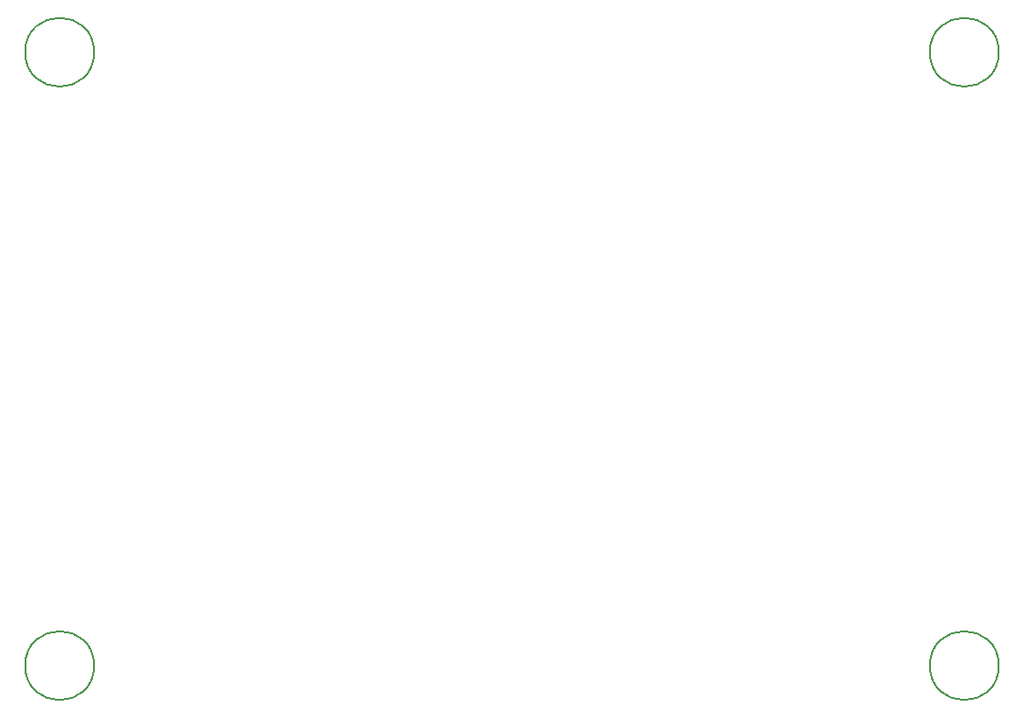
<source format=gbr>
%TF.GenerationSoftware,KiCad,Pcbnew,8.0.6*%
%TF.CreationDate,2024-10-30T20:12:06+07:00*%
%TF.ProjectId,NO2C,4e4f3243-2e6b-4696-9361-645f70636258,vD1*%
%TF.SameCoordinates,Original*%
%TF.FileFunction,Other,Comment*%
%FSLAX46Y46*%
G04 Gerber Fmt 4.6, Leading zero omitted, Abs format (unit mm)*
G04 Created by KiCad (PCBNEW 8.0.6) date 2024-10-30 20:12:06*
%MOMM*%
%LPD*%
G01*
G04 APERTURE LIST*
%ADD10C,0.150000*%
G04 APERTURE END LIST*
D10*
%TO.C,REF\u002A\u002A*%
X90700000Y3500000D02*
G75*
G02*
X84300000Y3500000I-3200000J0D01*
G01*
X84300000Y3500000D02*
G75*
G02*
X90700000Y3500000I3200000J0D01*
G01*
X6700000Y60500000D02*
G75*
G02*
X300000Y60500000I-3200000J0D01*
G01*
X300000Y60500000D02*
G75*
G02*
X6700000Y60500000I3200000J0D01*
G01*
X6700000Y3500000D02*
G75*
G02*
X300000Y3500000I-3200000J0D01*
G01*
X300000Y3500000D02*
G75*
G02*
X6700000Y3500000I3200000J0D01*
G01*
X90700000Y60500000D02*
G75*
G02*
X84300000Y60500000I-3200000J0D01*
G01*
X84300000Y60500000D02*
G75*
G02*
X90700000Y60500000I3200000J0D01*
G01*
%TD*%
M02*

</source>
